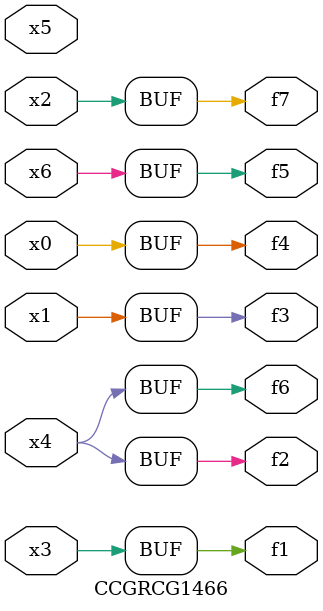
<source format=v>
module CCGRCG1466(
	input x0, x1, x2, x3, x4, x5, x6,
	output f1, f2, f3, f4, f5, f6, f7
);
	assign f1 = x3;
	assign f2 = x4;
	assign f3 = x1;
	assign f4 = x0;
	assign f5 = x6;
	assign f6 = x4;
	assign f7 = x2;
endmodule

</source>
